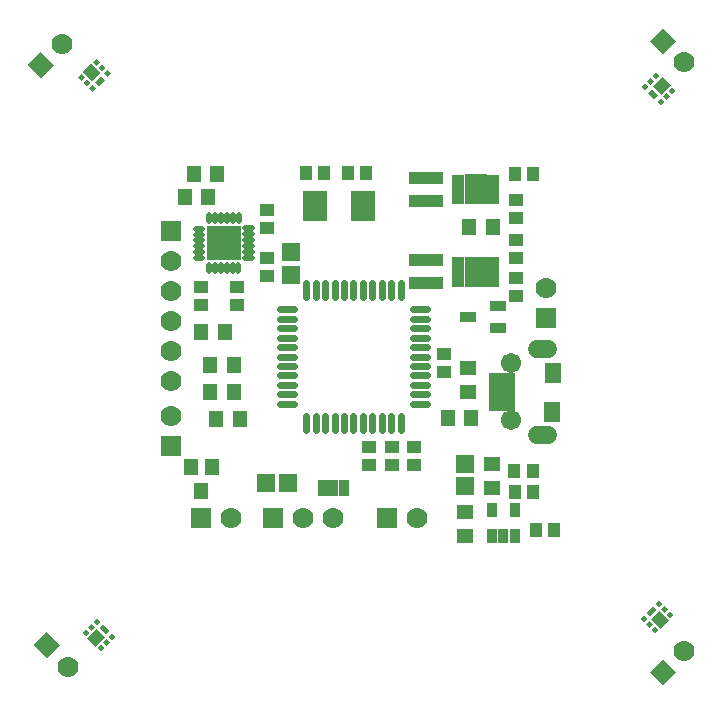
<source format=gts>
G04 ---------------------------- Layer name :TOP SOLDER LAYER*
G04 EasyEDA v5.5.12, Thu, 07 Jun 2018 12:22:22 GMT*
G04 1a2565b9f4c04a008b83b97b08c39867*
G04 Gerber Generator version 0.2*
G04 Scale: 100 percent, Rotated: No, Reflected: No *
G04 Dimensions in inches *
G04 leading zeros omitted , absolute positions ,2 integer and 4 decimal *
%FSLAX24Y24*%
%MOIN*%
G90*
G70D02*

%ADD14C,0.019024*%
%ADD15C,0.024535*%
%ADD18R,0.059200X0.063100*%
%ADD19R,0.113512X0.113512*%
%ADD20R,0.082803X0.102488*%
%ADD21R,0.044610X0.046580*%
%ADD22R,0.047370X0.057212*%
%ADD23R,0.046580X0.044610*%
%ADD24R,0.086740X0.025716*%
%ADD25R,0.055240X0.070992*%
%ADD26R,0.057212X0.047370*%
%ADD27R,0.063100X0.059200*%
%ADD28R,0.073500X0.103500*%
%ADD29R,0.042500X0.019500*%
%ADD30R,0.033591X0.049732*%
%ADD31R,0.114300X0.039496*%
%ADD35R,0.057213X0.035559*%
%ADD36R,0.048000X0.053000*%
%ADD37R,0.033000X0.058000*%
%ADD38C,0.070000*%
%ADD39R,0.070000X0.070000*%
%ADD40C,0.067055*%
%ADD41C,0.059181*%

%LPD*%
G54D14*
G01X8917Y18340D02*
G01X9122Y18340D01*
G01X8917Y18142D02*
G01X9122Y18142D01*
G01X8917Y17946D02*
G01X9122Y17946D01*
G01X8917Y17750D02*
G01X9122Y17750D01*
G01X8917Y17553D02*
G01X9122Y17553D01*
G01X8917Y17355D02*
G01X9122Y17355D01*
G01X9360Y17122D02*
G01X9360Y16917D01*
G01X9556Y17122D02*
G01X9556Y16917D01*
G01X9753Y17122D02*
G01X9753Y16917D01*
G01X9950Y17122D02*
G01X9950Y16917D01*
G01X10147Y17122D02*
G01X10147Y16917D01*
G01X10343Y17122D02*
G01X10343Y16917D01*
G01X10577Y17359D02*
G01X10782Y17359D01*
G01X10577Y17557D02*
G01X10782Y17557D01*
G01X10577Y17753D02*
G01X10782Y17753D01*
G01X10577Y17950D02*
G01X10782Y17950D01*
G01X10577Y18146D02*
G01X10782Y18146D01*
G01X10577Y18344D02*
G01X10782Y18344D01*
G01X10350Y18792D02*
G01X10350Y18587D01*
G01X10152Y18792D02*
G01X10152Y18587D01*
G01X9956Y18792D02*
G01X9956Y18587D01*
G01X9760Y18792D02*
G01X9760Y18587D01*
G01X9563Y18792D02*
G01X9563Y18587D01*
G01X9365Y18792D02*
G01X9365Y18587D01*
G54D15*
G01X16632Y12500D02*
G01X16167Y12500D01*
G01X16632Y12815D02*
G01X16167Y12815D01*
G01X16632Y13130D02*
G01X16167Y13130D01*
G01X16632Y13444D02*
G01X16167Y13444D01*
G01X16632Y13759D02*
G01X16167Y13759D01*
G01X16632Y14075D02*
G01X16167Y14075D01*
G01X16632Y14390D02*
G01X16167Y14390D01*
G01X16632Y14705D02*
G01X16167Y14705D01*
G01X16632Y15019D02*
G01X16167Y15019D01*
G01X16632Y15334D02*
G01X16167Y15334D01*
G01X16632Y15650D02*
G01X16167Y15650D01*
G01X15751Y16066D02*
G01X15751Y16531D01*
G01X15435Y16066D02*
G01X15435Y16531D01*
G01X15121Y16066D02*
G01X15121Y16531D01*
G01X14806Y16066D02*
G01X14806Y16531D01*
G01X14490Y16066D02*
G01X14490Y16531D01*
G01X14176Y16066D02*
G01X14176Y16531D01*
G01X13860Y16066D02*
G01X13860Y16531D01*
G01X13546Y16066D02*
G01X13546Y16531D01*
G01X13231Y16066D02*
G01X13231Y16531D01*
G01X12915Y16066D02*
G01X12915Y16531D01*
G01X12601Y16066D02*
G01X12601Y16531D01*
G01X12184Y15650D02*
G01X11719Y15650D01*
G01X12184Y15334D02*
G01X11719Y15334D01*
G01X12184Y15019D02*
G01X11719Y15019D01*
G01X12184Y14705D02*
G01X11719Y14705D01*
G01X12184Y14390D02*
G01X11719Y14390D01*
G01X12184Y14075D02*
G01X11719Y14075D01*
G01X12184Y13759D02*
G01X11719Y13759D01*
G01X12184Y13444D02*
G01X11719Y13444D01*
G01X12184Y13130D02*
G01X11719Y13130D01*
G01X12184Y12815D02*
G01X11719Y12815D01*
G01X12184Y12500D02*
G01X11719Y12500D01*
G01X12601Y11618D02*
G01X12601Y12083D01*
G01X12915Y11618D02*
G01X12915Y12083D01*
G01X13231Y11618D02*
G01X13231Y12083D01*
G01X13546Y11618D02*
G01X13546Y12083D01*
G01X13860Y11618D02*
G01X13860Y12083D01*
G01X14176Y11618D02*
G01X14176Y12083D01*
G01X14490Y11618D02*
G01X14490Y12083D01*
G01X14806Y11618D02*
G01X14806Y12083D01*
G01X15121Y11618D02*
G01X15121Y12083D01*
G01X15435Y11618D02*
G01X15435Y12083D01*
G01X15751Y11618D02*
G01X15751Y12083D01*
G54D41*
G01X20312Y14321D02*
G01X20667Y14321D01*
G01X20312Y11471D02*
G01X20667Y11471D01*
G54D38*
G01X8100Y13250D03*
G01X8100Y14250D03*
G01X8100Y15250D03*
G01X8100Y16250D03*
G01X8100Y17250D03*
G54D39*
G01X8100Y18250D03*
G54D38*
G01X13500Y8700D03*
G01X12500Y8700D03*
G54D39*
G01X11500Y8700D03*
G01X8100Y11100D03*
G54D38*
G01X8100Y12100D03*
G54D39*
G01X20600Y15350D03*
G54D38*
G01X20600Y16350D03*
G54D39*
G01X9100Y8700D03*
G54D38*
G01X10100Y8700D03*
G54D39*
G01X15300Y8700D03*
G54D38*
G01X16300Y8700D03*
G54D18*
G01X12000Y9850D03*
G01X11252Y9850D03*
G54D19*
G01X9850Y17850D03*
G54D20*
G01X14500Y19100D03*
G01X12885Y19100D03*
G54D21*
G01X12600Y20200D03*
G01X13206Y20200D03*
G01X14600Y20200D03*
G01X13994Y20200D03*
G54D22*
G01X18823Y18400D03*
G01X18036Y18400D03*
G54D23*
G01X14700Y10449D03*
G01X14700Y11055D03*
G01X17200Y13549D03*
G01X17200Y14155D03*
G54D24*
G01X19118Y13403D03*
G01X19118Y13147D03*
G01X19118Y12891D03*
G01X19118Y12636D03*
G01X19118Y12380D03*
G54D40*
G01X19427Y11946D03*
G01X19427Y13853D03*
G54D25*
G01X20815Y13524D03*
G01X20809Y12233D03*
G54D26*
G01X18000Y13693D03*
G01X18000Y12906D03*
G54D22*
G01X18111Y12011D03*
G01X17324Y12011D03*
G54D27*
G01X12100Y17550D03*
G01X12100Y16802D03*
G54D23*
G01X16200Y11050D03*
G01X16200Y10444D03*
G01X15450Y11050D03*
G01X15450Y10444D03*
G54D28*
G01X18250Y19650D03*
G54D29*
G01X17669Y20040D03*
G01X17669Y19850D03*
G01X17669Y19650D03*
G01X17669Y19450D03*
G01X17669Y19259D03*
G01X18830Y19259D03*
G01X18830Y19450D03*
G01X18830Y19650D03*
G01X18830Y19850D03*
G01X18830Y20040D03*
G54D30*
G01X18800Y8100D03*
G01X19174Y8100D03*
G01X19548Y8100D03*
G01X19548Y8965D03*
G01X18800Y8965D03*
G54D31*
G01X16589Y19245D03*
G01X16589Y20032D03*
G54D21*
G01X19550Y20150D03*
G01X20156Y20150D03*
G54D27*
G01X17900Y10500D03*
G01X17900Y9751D03*
G54D23*
G01X19600Y18699D03*
G01X19600Y19305D03*
G01X9100Y16400D03*
G01X9100Y15794D03*
G01X11300Y17350D03*
G01X11300Y16744D03*
G01X10300Y15799D03*
G01X10300Y16405D03*
G01X11300Y18950D03*
G01X11300Y18344D03*
G54D22*
G01X8556Y19400D03*
G01X9343Y19400D03*
G54D28*
G01X18250Y16900D03*
G54D29*
G01X17669Y17290D03*
G01X17669Y17100D03*
G01X17669Y16900D03*
G01X17669Y16700D03*
G01X17669Y16509D03*
G01X18830Y16509D03*
G01X18830Y16700D03*
G01X18830Y16900D03*
G01X18830Y17100D03*
G01X18830Y17290D03*
G54D23*
G01X19600Y17349D03*
G01X19600Y17955D03*
G01X19610Y16690D03*
G01X19610Y16084D03*
G54D31*
G01X16610Y16515D03*
G01X16610Y17302D03*
G54D26*
G01X18800Y10493D03*
G01X18800Y9706D03*
G54D21*
G01X19550Y9550D03*
G01X20156Y9550D03*
G54D26*
G01X17900Y8893D03*
G01X17900Y8106D03*
G54D21*
G01X20250Y8300D03*
G01X20856Y8300D03*
G01X20150Y10250D03*
G01X19544Y10250D03*
G36*
G01X23994Y22856D02*
G01X24125Y22987D01*
G01X24337Y22775D01*
G01X24206Y22644D01*
G01X23994Y22856D01*
G37*
G36*
G01X24150Y23079D02*
G01X24468Y23397D01*
G01X24747Y23118D01*
G01X24429Y22800D01*
G01X24150Y23079D01*
G37*
G36*
G01X23795Y23070D02*
G01X23911Y23187D01*
G01X24028Y23070D01*
G01X23911Y22954D01*
G01X23795Y23070D01*
G37*
G36*
G01X23978Y23254D02*
G01X24095Y23371D01*
G01X24212Y23254D01*
G01X24095Y23137D01*
G01X23978Y23254D01*
G37*
G36*
G01X24162Y23438D02*
G01X24279Y23555D01*
G01X24396Y23438D01*
G01X24279Y23321D01*
G01X24162Y23438D01*
G37*
G36*
G01X24671Y22929D02*
G01X24788Y23046D01*
G01X24905Y22929D01*
G01X24788Y22812D01*
G01X24671Y22929D01*
G37*
G36*
G01X24488Y22745D02*
G01X24604Y22862D01*
G01X24721Y22745D01*
G01X24604Y22628D01*
G01X24488Y22745D01*
G37*
G36*
G01X24304Y22561D02*
G01X24420Y22678D01*
G01X24537Y22561D01*
G01X24420Y22444D01*
G01X24304Y22561D01*
G37*
G36*
G01X24156Y5755D02*
G01X24287Y5625D01*
G01X24075Y5412D01*
G01X23944Y5543D01*
G01X24156Y5755D01*
G37*
G36*
G01X24378Y5599D02*
G01X24697Y5281D01*
G01X24418Y5003D01*
G01X24100Y5321D01*
G01X24378Y5599D01*
G37*
G36*
G01X24370Y5955D02*
G01X24487Y5838D01*
G01X24370Y5722D01*
G01X24253Y5838D01*
G01X24370Y5955D01*
G37*
G36*
G01X24554Y5771D02*
G01X24671Y5655D01*
G01X24554Y5538D01*
G01X24437Y5655D01*
G01X24554Y5771D01*
G37*
G36*
G01X24738Y5587D02*
G01X24854Y5471D01*
G01X24738Y5354D01*
G01X24621Y5471D01*
G01X24738Y5587D01*
G37*
G36*
G01X24228Y5078D02*
G01X24345Y4962D01*
G01X24228Y4845D01*
G01X24112Y4962D01*
G01X24228Y5078D01*
G37*
G36*
G01X24045Y5262D02*
G01X24161Y5145D01*
G01X24045Y5029D01*
G01X23928Y5145D01*
G01X24045Y5262D01*
G37*
G36*
G01X23861Y5446D02*
G01X23977Y5329D01*
G01X23861Y5213D01*
G01X23744Y5329D01*
G01X23861Y5446D01*
G37*
G36*
G01X5693Y23094D02*
G01X5562Y23225D01*
G01X5774Y23437D01*
G01X5905Y23306D01*
G01X5693Y23094D01*
G37*
G36*
G01X5471Y23250D02*
G01X5152Y23568D01*
G01X5431Y23846D01*
G01X5749Y23528D01*
G01X5471Y23250D01*
G37*
G36*
G01X5479Y22894D02*
G01X5362Y23011D01*
G01X5479Y23127D01*
G01X5596Y23011D01*
G01X5479Y22894D01*
G37*
G36*
G01X5295Y23078D02*
G01X5178Y23194D01*
G01X5295Y23311D01*
G01X5412Y23194D01*
G01X5295Y23078D01*
G37*
G36*
G01X5111Y23262D02*
G01X4995Y23378D01*
G01X5111Y23495D01*
G01X5228Y23378D01*
G01X5111Y23262D01*
G37*
G36*
G01X5620Y23771D02*
G01X5504Y23887D01*
G01X5620Y24004D01*
G01X5737Y23887D01*
G01X5620Y23771D01*
G37*
G36*
G01X5804Y23587D02*
G01X5688Y23704D01*
G01X5804Y23820D01*
G01X5921Y23704D01*
G01X5804Y23587D01*
G37*
G36*
G01X5988Y23403D02*
G01X5871Y23520D01*
G01X5988Y23636D01*
G01X6105Y23520D01*
G01X5988Y23403D01*
G37*
G36*
G01X6055Y4943D02*
G01X5924Y4812D01*
G01X5712Y5024D01*
G01X5843Y5155D01*
G01X6055Y4943D01*
G37*
G36*
G01X5899Y4720D02*
G01X5581Y4402D01*
G01X5302Y4681D01*
G01X5620Y4999D01*
G01X5899Y4720D01*
G37*
G36*
G01X6255Y4729D02*
G01X6138Y4612D01*
G01X6021Y4729D01*
G01X6138Y4845D01*
G01X6255Y4729D01*
G37*
G36*
G01X6071Y4545D02*
G01X5954Y4428D01*
G01X5837Y4545D01*
G01X5954Y4661D01*
G01X6071Y4545D01*
G37*
G36*
G01X5887Y4361D02*
G01X5770Y4244D01*
G01X5654Y4361D01*
G01X5770Y4478D01*
G01X5887Y4361D01*
G37*
G36*
G01X5378Y4870D02*
G01X5261Y4753D01*
G01X5144Y4870D01*
G01X5261Y4987D01*
G01X5378Y4870D01*
G37*
G36*
G01X5562Y5054D02*
G01X5445Y4937D01*
G01X5328Y5054D01*
G01X5445Y5171D01*
G01X5562Y5054D01*
G37*
G36*
G01X5746Y5238D02*
G01X5629Y5121D01*
G01X5512Y5238D01*
G01X5629Y5355D01*
G01X5746Y5238D01*
G37*
G54D22*
G01X10393Y12000D03*
G01X9606Y12000D03*
G01X10193Y13800D03*
G01X9406Y13800D03*
G01X9893Y14900D03*
G01X9106Y14900D03*
G01X10193Y12900D03*
G01X9406Y12900D03*
G36*
G01X24061Y3549D02*
G01X24500Y3988D01*
G01X24938Y3549D01*
G01X24500Y3111D01*
G01X24061Y3549D01*
G37*
G54D38*
G01X25206Y4257D03*
G36*
G01X24500Y25038D02*
G01X24938Y24600D01*
G01X24500Y24161D01*
G01X24061Y24600D01*
G01X24500Y25038D01*
G37*
G01X25206Y23892D03*
G36*
G01X3950Y4887D02*
G01X4388Y4449D01*
G01X3950Y4011D01*
G01X3511Y4449D01*
G01X3950Y4887D01*
G37*
G01X4656Y3742D03*
G36*
G01X3311Y23800D02*
G01X3749Y24238D01*
G01X4188Y23800D01*
G01X3749Y23361D01*
G01X3311Y23800D01*
G37*
G01X4456Y24507D03*
G54D35*
G01X18007Y15400D03*
G01X18992Y15773D03*
G01X18992Y15026D03*
G54D36*
G01X9100Y9600D03*
G01X8750Y10400D03*
G01X9450Y10400D03*
G54D37*
G01X13850Y9700D03*
G01X13500Y9700D03*
G01X13150Y9700D03*
G54D22*
G01X8856Y20150D03*
G01X9643Y20150D03*
M00*
M02*

</source>
